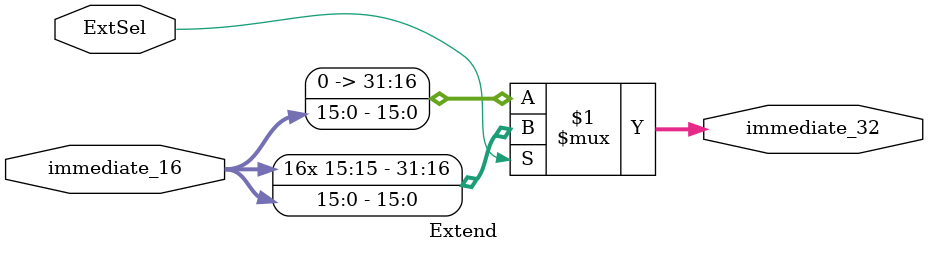
<source format=v>
`timescale 1ns / 1ps
module Extend(
    input [15:0] immediate_16,
    input ExtSel,
    output [31:0]immediate_32 
    );

    assign immediate_32 = (ExtSel)? {{16{immediate_16[15]}}, immediate_16[15:0]} : {{16{1'b0}}, immediate_16[15:0]};

endmodule
</source>
